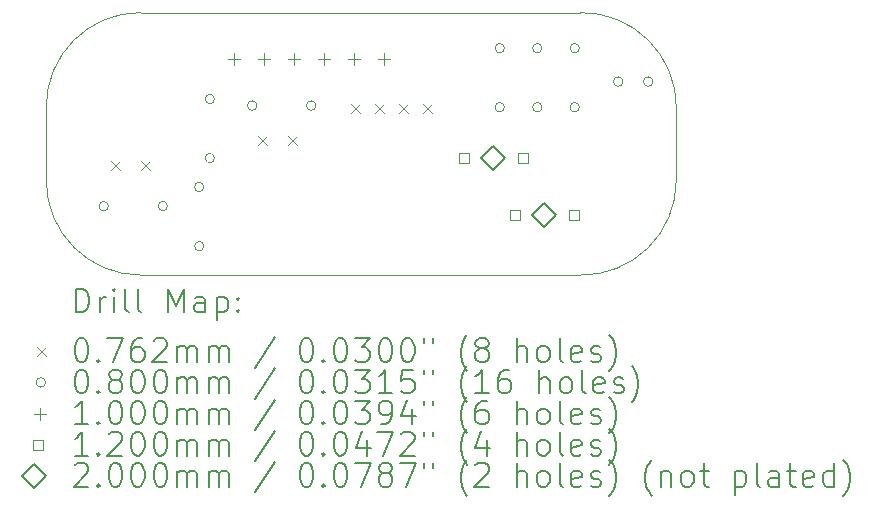
<source format=gbr>
%FSLAX45Y45*%
G04 Gerber Fmt 4.5, Leading zero omitted, Abs format (unit mm)*
G04 Created by KiCad (PCBNEW (6.0.5)) date 2022-05-21 17:15:03*
%MOMM*%
%LPD*%
G01*
G04 APERTURE LIST*
%TA.AperFunction,Profile*%
%ADD10C,0.100000*%
%TD*%
%ADD11C,0.200000*%
%ADD12C,0.076200*%
%ADD13C,0.080000*%
%ADD14C,0.100000*%
%ADD15C,0.120000*%
G04 APERTURE END LIST*
D10*
X9994236Y-4761836D02*
X13716000Y-4762500D01*
X9194800Y-6184900D02*
X9194136Y-5561936D01*
X14530042Y-5577750D02*
G75*
G03*
X13716000Y-4762500I-802602J12630D01*
G01*
X9994236Y-4761836D02*
G75*
G03*
X9194136Y-5561936I0J-800100D01*
G01*
X13716000Y-6985000D02*
G75*
G03*
X14528800Y-6184900I12585J800116D01*
G01*
X9994900Y-6985000D02*
X13716000Y-6985000D01*
X9194800Y-6184900D02*
G75*
G03*
X9994900Y-6985000I800100J0D01*
G01*
X14530041Y-5577750D02*
X14528800Y-6184900D01*
D11*
D12*
X9740900Y-6020500D02*
X9817100Y-6096700D01*
X9817100Y-6020500D02*
X9740900Y-6096700D01*
X9994900Y-6020500D02*
X10071100Y-6096700D01*
X10071100Y-6020500D02*
X9994900Y-6096700D01*
X10985500Y-5803200D02*
X11061700Y-5879400D01*
X11061700Y-5803200D02*
X10985500Y-5879400D01*
X11239500Y-5803200D02*
X11315700Y-5879400D01*
X11315700Y-5803200D02*
X11239500Y-5879400D01*
X11772900Y-5537200D02*
X11849100Y-5613400D01*
X11849100Y-5537200D02*
X11772900Y-5613400D01*
X11976100Y-5537200D02*
X12052300Y-5613400D01*
X12052300Y-5537200D02*
X11976100Y-5613400D01*
X12179300Y-5537200D02*
X12255500Y-5613400D01*
X12255500Y-5537200D02*
X12179300Y-5613400D01*
X12382500Y-5537200D02*
X12458700Y-5613400D01*
X12458700Y-5537200D02*
X12382500Y-5613400D01*
D13*
X9721400Y-6400800D02*
G75*
G03*
X9721400Y-6400800I-40000J0D01*
G01*
X10221400Y-6400800D02*
G75*
G03*
X10221400Y-6400800I-40000J0D01*
G01*
X10530200Y-6239700D02*
G75*
G03*
X10530200Y-6239700I-40000J0D01*
G01*
X10530200Y-6739700D02*
G75*
G03*
X10530200Y-6739700I-40000J0D01*
G01*
X10619100Y-5494400D02*
G75*
G03*
X10619100Y-5494400I-40000J0D01*
G01*
X10619100Y-5994400D02*
G75*
G03*
X10619100Y-5994400I-40000J0D01*
G01*
X10978700Y-5549900D02*
G75*
G03*
X10978700Y-5549900I-40000J0D01*
G01*
X11478700Y-5549900D02*
G75*
G03*
X11478700Y-5549900I-40000J0D01*
G01*
X13074600Y-5063400D02*
G75*
G03*
X13074600Y-5063400I-40000J0D01*
G01*
X13074600Y-5563400D02*
G75*
G03*
X13074600Y-5563400I-40000J0D01*
G01*
X13392100Y-5063400D02*
G75*
G03*
X13392100Y-5063400I-40000J0D01*
G01*
X13392100Y-5563400D02*
G75*
G03*
X13392100Y-5563400I-40000J0D01*
G01*
X13709600Y-5063400D02*
G75*
G03*
X13709600Y-5063400I-40000J0D01*
G01*
X13709600Y-5563400D02*
G75*
G03*
X13709600Y-5563400I-40000J0D01*
G01*
X14077900Y-5346700D02*
G75*
G03*
X14077900Y-5346700I-40000J0D01*
G01*
X14331900Y-5346700D02*
G75*
G03*
X14331900Y-5346700I-40000J0D01*
G01*
D14*
X10782300Y-5106200D02*
X10782300Y-5206200D01*
X10732300Y-5156200D02*
X10832300Y-5156200D01*
X11036300Y-5106200D02*
X11036300Y-5206200D01*
X10986300Y-5156200D02*
X11086300Y-5156200D01*
X11290300Y-5106200D02*
X11290300Y-5206200D01*
X11240300Y-5156200D02*
X11340300Y-5156200D01*
X11544300Y-5106200D02*
X11544300Y-5206200D01*
X11494300Y-5156200D02*
X11594300Y-5156200D01*
X11798300Y-5106200D02*
X11798300Y-5206200D01*
X11748300Y-5156200D02*
X11848300Y-5156200D01*
X12052300Y-5106200D02*
X12052300Y-5206200D01*
X12002300Y-5156200D02*
X12102300Y-5156200D01*
D15*
X12771827Y-6036827D02*
X12771827Y-5951973D01*
X12686973Y-5951973D01*
X12686973Y-6036827D01*
X12771827Y-6036827D01*
X13203627Y-6519427D02*
X13203627Y-6434573D01*
X13118773Y-6434573D01*
X13118773Y-6519427D01*
X13203627Y-6519427D01*
X13271827Y-6036827D02*
X13271827Y-5951973D01*
X13186973Y-5951973D01*
X13186973Y-6036827D01*
X13271827Y-6036827D01*
X13703627Y-6519427D02*
X13703627Y-6434573D01*
X13618773Y-6434573D01*
X13618773Y-6519427D01*
X13703627Y-6519427D01*
D11*
X12979400Y-6094400D02*
X13079400Y-5994400D01*
X12979400Y-5894400D01*
X12879400Y-5994400D01*
X12979400Y-6094400D01*
X13411200Y-6577000D02*
X13511200Y-6477000D01*
X13411200Y-6377000D01*
X13311200Y-6477000D01*
X13411200Y-6577000D01*
X9446755Y-7300575D02*
X9446755Y-7100575D01*
X9494374Y-7100575D01*
X9522946Y-7110099D01*
X9541993Y-7129147D01*
X9551517Y-7148194D01*
X9561041Y-7186289D01*
X9561041Y-7214861D01*
X9551517Y-7252956D01*
X9541993Y-7272004D01*
X9522946Y-7291051D01*
X9494374Y-7300575D01*
X9446755Y-7300575D01*
X9646755Y-7300575D02*
X9646755Y-7167242D01*
X9646755Y-7205337D02*
X9656279Y-7186289D01*
X9665803Y-7176766D01*
X9684850Y-7167242D01*
X9703898Y-7167242D01*
X9770565Y-7300575D02*
X9770565Y-7167242D01*
X9770565Y-7100575D02*
X9761041Y-7110099D01*
X9770565Y-7119623D01*
X9780089Y-7110099D01*
X9770565Y-7100575D01*
X9770565Y-7119623D01*
X9894374Y-7300575D02*
X9875327Y-7291051D01*
X9865803Y-7272004D01*
X9865803Y-7100575D01*
X9999136Y-7300575D02*
X9980089Y-7291051D01*
X9970565Y-7272004D01*
X9970565Y-7100575D01*
X10227708Y-7300575D02*
X10227708Y-7100575D01*
X10294374Y-7243432D01*
X10361041Y-7100575D01*
X10361041Y-7300575D01*
X10541993Y-7300575D02*
X10541993Y-7195813D01*
X10532470Y-7176766D01*
X10513422Y-7167242D01*
X10475327Y-7167242D01*
X10456279Y-7176766D01*
X10541993Y-7291051D02*
X10522946Y-7300575D01*
X10475327Y-7300575D01*
X10456279Y-7291051D01*
X10446755Y-7272004D01*
X10446755Y-7252956D01*
X10456279Y-7233908D01*
X10475327Y-7224385D01*
X10522946Y-7224385D01*
X10541993Y-7214861D01*
X10637231Y-7167242D02*
X10637231Y-7367242D01*
X10637231Y-7176766D02*
X10656279Y-7167242D01*
X10694374Y-7167242D01*
X10713422Y-7176766D01*
X10722946Y-7186289D01*
X10732470Y-7205337D01*
X10732470Y-7262480D01*
X10722946Y-7281527D01*
X10713422Y-7291051D01*
X10694374Y-7300575D01*
X10656279Y-7300575D01*
X10637231Y-7291051D01*
X10818184Y-7281527D02*
X10827708Y-7291051D01*
X10818184Y-7300575D01*
X10808660Y-7291051D01*
X10818184Y-7281527D01*
X10818184Y-7300575D01*
X10818184Y-7176766D02*
X10827708Y-7186289D01*
X10818184Y-7195813D01*
X10808660Y-7186289D01*
X10818184Y-7176766D01*
X10818184Y-7195813D01*
D12*
X9112936Y-7591999D02*
X9189136Y-7668199D01*
X9189136Y-7591999D02*
X9112936Y-7668199D01*
D11*
X9484850Y-7520575D02*
X9503898Y-7520575D01*
X9522946Y-7530099D01*
X9532470Y-7539623D01*
X9541993Y-7558670D01*
X9551517Y-7596766D01*
X9551517Y-7644385D01*
X9541993Y-7682480D01*
X9532470Y-7701527D01*
X9522946Y-7711051D01*
X9503898Y-7720575D01*
X9484850Y-7720575D01*
X9465803Y-7711051D01*
X9456279Y-7701527D01*
X9446755Y-7682480D01*
X9437231Y-7644385D01*
X9437231Y-7596766D01*
X9446755Y-7558670D01*
X9456279Y-7539623D01*
X9465803Y-7530099D01*
X9484850Y-7520575D01*
X9637231Y-7701527D02*
X9646755Y-7711051D01*
X9637231Y-7720575D01*
X9627708Y-7711051D01*
X9637231Y-7701527D01*
X9637231Y-7720575D01*
X9713422Y-7520575D02*
X9846755Y-7520575D01*
X9761041Y-7720575D01*
X10008660Y-7520575D02*
X9970565Y-7520575D01*
X9951517Y-7530099D01*
X9941993Y-7539623D01*
X9922946Y-7568194D01*
X9913422Y-7606289D01*
X9913422Y-7682480D01*
X9922946Y-7701527D01*
X9932470Y-7711051D01*
X9951517Y-7720575D01*
X9989612Y-7720575D01*
X10008660Y-7711051D01*
X10018184Y-7701527D01*
X10027708Y-7682480D01*
X10027708Y-7634861D01*
X10018184Y-7615813D01*
X10008660Y-7606289D01*
X9989612Y-7596766D01*
X9951517Y-7596766D01*
X9932470Y-7606289D01*
X9922946Y-7615813D01*
X9913422Y-7634861D01*
X10103898Y-7539623D02*
X10113422Y-7530099D01*
X10132470Y-7520575D01*
X10180089Y-7520575D01*
X10199136Y-7530099D01*
X10208660Y-7539623D01*
X10218184Y-7558670D01*
X10218184Y-7577718D01*
X10208660Y-7606289D01*
X10094374Y-7720575D01*
X10218184Y-7720575D01*
X10303898Y-7720575D02*
X10303898Y-7587242D01*
X10303898Y-7606289D02*
X10313422Y-7596766D01*
X10332470Y-7587242D01*
X10361041Y-7587242D01*
X10380089Y-7596766D01*
X10389612Y-7615813D01*
X10389612Y-7720575D01*
X10389612Y-7615813D02*
X10399136Y-7596766D01*
X10418184Y-7587242D01*
X10446755Y-7587242D01*
X10465803Y-7596766D01*
X10475327Y-7615813D01*
X10475327Y-7720575D01*
X10570565Y-7720575D02*
X10570565Y-7587242D01*
X10570565Y-7606289D02*
X10580089Y-7596766D01*
X10599136Y-7587242D01*
X10627708Y-7587242D01*
X10646755Y-7596766D01*
X10656279Y-7615813D01*
X10656279Y-7720575D01*
X10656279Y-7615813D02*
X10665803Y-7596766D01*
X10684850Y-7587242D01*
X10713422Y-7587242D01*
X10732470Y-7596766D01*
X10741993Y-7615813D01*
X10741993Y-7720575D01*
X11132470Y-7511051D02*
X10961041Y-7768194D01*
X11389612Y-7520575D02*
X11408660Y-7520575D01*
X11427708Y-7530099D01*
X11437231Y-7539623D01*
X11446755Y-7558670D01*
X11456279Y-7596766D01*
X11456279Y-7644385D01*
X11446755Y-7682480D01*
X11437231Y-7701527D01*
X11427708Y-7711051D01*
X11408660Y-7720575D01*
X11389612Y-7720575D01*
X11370565Y-7711051D01*
X11361041Y-7701527D01*
X11351517Y-7682480D01*
X11341993Y-7644385D01*
X11341993Y-7596766D01*
X11351517Y-7558670D01*
X11361041Y-7539623D01*
X11370565Y-7530099D01*
X11389612Y-7520575D01*
X11541993Y-7701527D02*
X11551517Y-7711051D01*
X11541993Y-7720575D01*
X11532469Y-7711051D01*
X11541993Y-7701527D01*
X11541993Y-7720575D01*
X11675327Y-7520575D02*
X11694374Y-7520575D01*
X11713422Y-7530099D01*
X11722946Y-7539623D01*
X11732469Y-7558670D01*
X11741993Y-7596766D01*
X11741993Y-7644385D01*
X11732469Y-7682480D01*
X11722946Y-7701527D01*
X11713422Y-7711051D01*
X11694374Y-7720575D01*
X11675327Y-7720575D01*
X11656279Y-7711051D01*
X11646755Y-7701527D01*
X11637231Y-7682480D01*
X11627708Y-7644385D01*
X11627708Y-7596766D01*
X11637231Y-7558670D01*
X11646755Y-7539623D01*
X11656279Y-7530099D01*
X11675327Y-7520575D01*
X11808660Y-7520575D02*
X11932469Y-7520575D01*
X11865803Y-7596766D01*
X11894374Y-7596766D01*
X11913422Y-7606289D01*
X11922946Y-7615813D01*
X11932469Y-7634861D01*
X11932469Y-7682480D01*
X11922946Y-7701527D01*
X11913422Y-7711051D01*
X11894374Y-7720575D01*
X11837231Y-7720575D01*
X11818184Y-7711051D01*
X11808660Y-7701527D01*
X12056279Y-7520575D02*
X12075327Y-7520575D01*
X12094374Y-7530099D01*
X12103898Y-7539623D01*
X12113422Y-7558670D01*
X12122946Y-7596766D01*
X12122946Y-7644385D01*
X12113422Y-7682480D01*
X12103898Y-7701527D01*
X12094374Y-7711051D01*
X12075327Y-7720575D01*
X12056279Y-7720575D01*
X12037231Y-7711051D01*
X12027708Y-7701527D01*
X12018184Y-7682480D01*
X12008660Y-7644385D01*
X12008660Y-7596766D01*
X12018184Y-7558670D01*
X12027708Y-7539623D01*
X12037231Y-7530099D01*
X12056279Y-7520575D01*
X12246755Y-7520575D02*
X12265803Y-7520575D01*
X12284850Y-7530099D01*
X12294374Y-7539623D01*
X12303898Y-7558670D01*
X12313422Y-7596766D01*
X12313422Y-7644385D01*
X12303898Y-7682480D01*
X12294374Y-7701527D01*
X12284850Y-7711051D01*
X12265803Y-7720575D01*
X12246755Y-7720575D01*
X12227708Y-7711051D01*
X12218184Y-7701527D01*
X12208660Y-7682480D01*
X12199136Y-7644385D01*
X12199136Y-7596766D01*
X12208660Y-7558670D01*
X12218184Y-7539623D01*
X12227708Y-7530099D01*
X12246755Y-7520575D01*
X12389612Y-7520575D02*
X12389612Y-7558670D01*
X12465803Y-7520575D02*
X12465803Y-7558670D01*
X12761041Y-7796766D02*
X12751517Y-7787242D01*
X12732469Y-7758670D01*
X12722946Y-7739623D01*
X12713422Y-7711051D01*
X12703898Y-7663432D01*
X12703898Y-7625337D01*
X12713422Y-7577718D01*
X12722946Y-7549147D01*
X12732469Y-7530099D01*
X12751517Y-7501527D01*
X12761041Y-7492004D01*
X12865803Y-7606289D02*
X12846755Y-7596766D01*
X12837231Y-7587242D01*
X12827708Y-7568194D01*
X12827708Y-7558670D01*
X12837231Y-7539623D01*
X12846755Y-7530099D01*
X12865803Y-7520575D01*
X12903898Y-7520575D01*
X12922946Y-7530099D01*
X12932469Y-7539623D01*
X12941993Y-7558670D01*
X12941993Y-7568194D01*
X12932469Y-7587242D01*
X12922946Y-7596766D01*
X12903898Y-7606289D01*
X12865803Y-7606289D01*
X12846755Y-7615813D01*
X12837231Y-7625337D01*
X12827708Y-7644385D01*
X12827708Y-7682480D01*
X12837231Y-7701527D01*
X12846755Y-7711051D01*
X12865803Y-7720575D01*
X12903898Y-7720575D01*
X12922946Y-7711051D01*
X12932469Y-7701527D01*
X12941993Y-7682480D01*
X12941993Y-7644385D01*
X12932469Y-7625337D01*
X12922946Y-7615813D01*
X12903898Y-7606289D01*
X13180088Y-7720575D02*
X13180088Y-7520575D01*
X13265803Y-7720575D02*
X13265803Y-7615813D01*
X13256279Y-7596766D01*
X13237231Y-7587242D01*
X13208660Y-7587242D01*
X13189612Y-7596766D01*
X13180088Y-7606289D01*
X13389612Y-7720575D02*
X13370565Y-7711051D01*
X13361041Y-7701527D01*
X13351517Y-7682480D01*
X13351517Y-7625337D01*
X13361041Y-7606289D01*
X13370565Y-7596766D01*
X13389612Y-7587242D01*
X13418184Y-7587242D01*
X13437231Y-7596766D01*
X13446755Y-7606289D01*
X13456279Y-7625337D01*
X13456279Y-7682480D01*
X13446755Y-7701527D01*
X13437231Y-7711051D01*
X13418184Y-7720575D01*
X13389612Y-7720575D01*
X13570565Y-7720575D02*
X13551517Y-7711051D01*
X13541993Y-7692004D01*
X13541993Y-7520575D01*
X13722946Y-7711051D02*
X13703898Y-7720575D01*
X13665803Y-7720575D01*
X13646755Y-7711051D01*
X13637231Y-7692004D01*
X13637231Y-7615813D01*
X13646755Y-7596766D01*
X13665803Y-7587242D01*
X13703898Y-7587242D01*
X13722946Y-7596766D01*
X13732469Y-7615813D01*
X13732469Y-7634861D01*
X13637231Y-7653908D01*
X13808660Y-7711051D02*
X13827708Y-7720575D01*
X13865803Y-7720575D01*
X13884850Y-7711051D01*
X13894374Y-7692004D01*
X13894374Y-7682480D01*
X13884850Y-7663432D01*
X13865803Y-7653908D01*
X13837231Y-7653908D01*
X13818184Y-7644385D01*
X13808660Y-7625337D01*
X13808660Y-7615813D01*
X13818184Y-7596766D01*
X13837231Y-7587242D01*
X13865803Y-7587242D01*
X13884850Y-7596766D01*
X13961041Y-7796766D02*
X13970565Y-7787242D01*
X13989612Y-7758670D01*
X13999136Y-7739623D01*
X14008660Y-7711051D01*
X14018184Y-7663432D01*
X14018184Y-7625337D01*
X14008660Y-7577718D01*
X13999136Y-7549147D01*
X13989612Y-7530099D01*
X13970565Y-7501527D01*
X13961041Y-7492004D01*
D13*
X9189136Y-7894099D02*
G75*
G03*
X9189136Y-7894099I-40000J0D01*
G01*
D11*
X9484850Y-7784575D02*
X9503898Y-7784575D01*
X9522946Y-7794099D01*
X9532470Y-7803623D01*
X9541993Y-7822670D01*
X9551517Y-7860766D01*
X9551517Y-7908385D01*
X9541993Y-7946480D01*
X9532470Y-7965527D01*
X9522946Y-7975051D01*
X9503898Y-7984575D01*
X9484850Y-7984575D01*
X9465803Y-7975051D01*
X9456279Y-7965527D01*
X9446755Y-7946480D01*
X9437231Y-7908385D01*
X9437231Y-7860766D01*
X9446755Y-7822670D01*
X9456279Y-7803623D01*
X9465803Y-7794099D01*
X9484850Y-7784575D01*
X9637231Y-7965527D02*
X9646755Y-7975051D01*
X9637231Y-7984575D01*
X9627708Y-7975051D01*
X9637231Y-7965527D01*
X9637231Y-7984575D01*
X9761041Y-7870289D02*
X9741993Y-7860766D01*
X9732470Y-7851242D01*
X9722946Y-7832194D01*
X9722946Y-7822670D01*
X9732470Y-7803623D01*
X9741993Y-7794099D01*
X9761041Y-7784575D01*
X9799136Y-7784575D01*
X9818184Y-7794099D01*
X9827708Y-7803623D01*
X9837231Y-7822670D01*
X9837231Y-7832194D01*
X9827708Y-7851242D01*
X9818184Y-7860766D01*
X9799136Y-7870289D01*
X9761041Y-7870289D01*
X9741993Y-7879813D01*
X9732470Y-7889337D01*
X9722946Y-7908385D01*
X9722946Y-7946480D01*
X9732470Y-7965527D01*
X9741993Y-7975051D01*
X9761041Y-7984575D01*
X9799136Y-7984575D01*
X9818184Y-7975051D01*
X9827708Y-7965527D01*
X9837231Y-7946480D01*
X9837231Y-7908385D01*
X9827708Y-7889337D01*
X9818184Y-7879813D01*
X9799136Y-7870289D01*
X9961041Y-7784575D02*
X9980089Y-7784575D01*
X9999136Y-7794099D01*
X10008660Y-7803623D01*
X10018184Y-7822670D01*
X10027708Y-7860766D01*
X10027708Y-7908385D01*
X10018184Y-7946480D01*
X10008660Y-7965527D01*
X9999136Y-7975051D01*
X9980089Y-7984575D01*
X9961041Y-7984575D01*
X9941993Y-7975051D01*
X9932470Y-7965527D01*
X9922946Y-7946480D01*
X9913422Y-7908385D01*
X9913422Y-7860766D01*
X9922946Y-7822670D01*
X9932470Y-7803623D01*
X9941993Y-7794099D01*
X9961041Y-7784575D01*
X10151517Y-7784575D02*
X10170565Y-7784575D01*
X10189612Y-7794099D01*
X10199136Y-7803623D01*
X10208660Y-7822670D01*
X10218184Y-7860766D01*
X10218184Y-7908385D01*
X10208660Y-7946480D01*
X10199136Y-7965527D01*
X10189612Y-7975051D01*
X10170565Y-7984575D01*
X10151517Y-7984575D01*
X10132470Y-7975051D01*
X10122946Y-7965527D01*
X10113422Y-7946480D01*
X10103898Y-7908385D01*
X10103898Y-7860766D01*
X10113422Y-7822670D01*
X10122946Y-7803623D01*
X10132470Y-7794099D01*
X10151517Y-7784575D01*
X10303898Y-7984575D02*
X10303898Y-7851242D01*
X10303898Y-7870289D02*
X10313422Y-7860766D01*
X10332470Y-7851242D01*
X10361041Y-7851242D01*
X10380089Y-7860766D01*
X10389612Y-7879813D01*
X10389612Y-7984575D01*
X10389612Y-7879813D02*
X10399136Y-7860766D01*
X10418184Y-7851242D01*
X10446755Y-7851242D01*
X10465803Y-7860766D01*
X10475327Y-7879813D01*
X10475327Y-7984575D01*
X10570565Y-7984575D02*
X10570565Y-7851242D01*
X10570565Y-7870289D02*
X10580089Y-7860766D01*
X10599136Y-7851242D01*
X10627708Y-7851242D01*
X10646755Y-7860766D01*
X10656279Y-7879813D01*
X10656279Y-7984575D01*
X10656279Y-7879813D02*
X10665803Y-7860766D01*
X10684850Y-7851242D01*
X10713422Y-7851242D01*
X10732470Y-7860766D01*
X10741993Y-7879813D01*
X10741993Y-7984575D01*
X11132470Y-7775051D02*
X10961041Y-8032194D01*
X11389612Y-7784575D02*
X11408660Y-7784575D01*
X11427708Y-7794099D01*
X11437231Y-7803623D01*
X11446755Y-7822670D01*
X11456279Y-7860766D01*
X11456279Y-7908385D01*
X11446755Y-7946480D01*
X11437231Y-7965527D01*
X11427708Y-7975051D01*
X11408660Y-7984575D01*
X11389612Y-7984575D01*
X11370565Y-7975051D01*
X11361041Y-7965527D01*
X11351517Y-7946480D01*
X11341993Y-7908385D01*
X11341993Y-7860766D01*
X11351517Y-7822670D01*
X11361041Y-7803623D01*
X11370565Y-7794099D01*
X11389612Y-7784575D01*
X11541993Y-7965527D02*
X11551517Y-7975051D01*
X11541993Y-7984575D01*
X11532469Y-7975051D01*
X11541993Y-7965527D01*
X11541993Y-7984575D01*
X11675327Y-7784575D02*
X11694374Y-7784575D01*
X11713422Y-7794099D01*
X11722946Y-7803623D01*
X11732469Y-7822670D01*
X11741993Y-7860766D01*
X11741993Y-7908385D01*
X11732469Y-7946480D01*
X11722946Y-7965527D01*
X11713422Y-7975051D01*
X11694374Y-7984575D01*
X11675327Y-7984575D01*
X11656279Y-7975051D01*
X11646755Y-7965527D01*
X11637231Y-7946480D01*
X11627708Y-7908385D01*
X11627708Y-7860766D01*
X11637231Y-7822670D01*
X11646755Y-7803623D01*
X11656279Y-7794099D01*
X11675327Y-7784575D01*
X11808660Y-7784575D02*
X11932469Y-7784575D01*
X11865803Y-7860766D01*
X11894374Y-7860766D01*
X11913422Y-7870289D01*
X11922946Y-7879813D01*
X11932469Y-7898861D01*
X11932469Y-7946480D01*
X11922946Y-7965527D01*
X11913422Y-7975051D01*
X11894374Y-7984575D01*
X11837231Y-7984575D01*
X11818184Y-7975051D01*
X11808660Y-7965527D01*
X12122946Y-7984575D02*
X12008660Y-7984575D01*
X12065803Y-7984575D02*
X12065803Y-7784575D01*
X12046755Y-7813147D01*
X12027708Y-7832194D01*
X12008660Y-7841718D01*
X12303898Y-7784575D02*
X12208660Y-7784575D01*
X12199136Y-7879813D01*
X12208660Y-7870289D01*
X12227708Y-7860766D01*
X12275327Y-7860766D01*
X12294374Y-7870289D01*
X12303898Y-7879813D01*
X12313422Y-7898861D01*
X12313422Y-7946480D01*
X12303898Y-7965527D01*
X12294374Y-7975051D01*
X12275327Y-7984575D01*
X12227708Y-7984575D01*
X12208660Y-7975051D01*
X12199136Y-7965527D01*
X12389612Y-7784575D02*
X12389612Y-7822670D01*
X12465803Y-7784575D02*
X12465803Y-7822670D01*
X12761041Y-8060766D02*
X12751517Y-8051242D01*
X12732469Y-8022670D01*
X12722946Y-8003623D01*
X12713422Y-7975051D01*
X12703898Y-7927432D01*
X12703898Y-7889337D01*
X12713422Y-7841718D01*
X12722946Y-7813147D01*
X12732469Y-7794099D01*
X12751517Y-7765527D01*
X12761041Y-7756004D01*
X12941993Y-7984575D02*
X12827708Y-7984575D01*
X12884850Y-7984575D02*
X12884850Y-7784575D01*
X12865803Y-7813147D01*
X12846755Y-7832194D01*
X12827708Y-7841718D01*
X13113422Y-7784575D02*
X13075327Y-7784575D01*
X13056279Y-7794099D01*
X13046755Y-7803623D01*
X13027708Y-7832194D01*
X13018184Y-7870289D01*
X13018184Y-7946480D01*
X13027708Y-7965527D01*
X13037231Y-7975051D01*
X13056279Y-7984575D01*
X13094374Y-7984575D01*
X13113422Y-7975051D01*
X13122946Y-7965527D01*
X13132469Y-7946480D01*
X13132469Y-7898861D01*
X13122946Y-7879813D01*
X13113422Y-7870289D01*
X13094374Y-7860766D01*
X13056279Y-7860766D01*
X13037231Y-7870289D01*
X13027708Y-7879813D01*
X13018184Y-7898861D01*
X13370565Y-7984575D02*
X13370565Y-7784575D01*
X13456279Y-7984575D02*
X13456279Y-7879813D01*
X13446755Y-7860766D01*
X13427708Y-7851242D01*
X13399136Y-7851242D01*
X13380088Y-7860766D01*
X13370565Y-7870289D01*
X13580088Y-7984575D02*
X13561041Y-7975051D01*
X13551517Y-7965527D01*
X13541993Y-7946480D01*
X13541993Y-7889337D01*
X13551517Y-7870289D01*
X13561041Y-7860766D01*
X13580088Y-7851242D01*
X13608660Y-7851242D01*
X13627708Y-7860766D01*
X13637231Y-7870289D01*
X13646755Y-7889337D01*
X13646755Y-7946480D01*
X13637231Y-7965527D01*
X13627708Y-7975051D01*
X13608660Y-7984575D01*
X13580088Y-7984575D01*
X13761041Y-7984575D02*
X13741993Y-7975051D01*
X13732469Y-7956004D01*
X13732469Y-7784575D01*
X13913422Y-7975051D02*
X13894374Y-7984575D01*
X13856279Y-7984575D01*
X13837231Y-7975051D01*
X13827708Y-7956004D01*
X13827708Y-7879813D01*
X13837231Y-7860766D01*
X13856279Y-7851242D01*
X13894374Y-7851242D01*
X13913422Y-7860766D01*
X13922946Y-7879813D01*
X13922946Y-7898861D01*
X13827708Y-7917908D01*
X13999136Y-7975051D02*
X14018184Y-7984575D01*
X14056279Y-7984575D01*
X14075327Y-7975051D01*
X14084850Y-7956004D01*
X14084850Y-7946480D01*
X14075327Y-7927432D01*
X14056279Y-7917908D01*
X14027708Y-7917908D01*
X14008660Y-7908385D01*
X13999136Y-7889337D01*
X13999136Y-7879813D01*
X14008660Y-7860766D01*
X14027708Y-7851242D01*
X14056279Y-7851242D01*
X14075327Y-7860766D01*
X14151517Y-8060766D02*
X14161041Y-8051242D01*
X14180088Y-8022670D01*
X14189612Y-8003623D01*
X14199136Y-7975051D01*
X14208660Y-7927432D01*
X14208660Y-7889337D01*
X14199136Y-7841718D01*
X14189612Y-7813147D01*
X14180088Y-7794099D01*
X14161041Y-7765527D01*
X14151517Y-7756004D01*
D14*
X9139136Y-8108099D02*
X9139136Y-8208099D01*
X9089136Y-8158099D02*
X9189136Y-8158099D01*
D11*
X9551517Y-8248575D02*
X9437231Y-8248575D01*
X9494374Y-8248575D02*
X9494374Y-8048575D01*
X9475327Y-8077147D01*
X9456279Y-8096194D01*
X9437231Y-8105718D01*
X9637231Y-8229527D02*
X9646755Y-8239051D01*
X9637231Y-8248575D01*
X9627708Y-8239051D01*
X9637231Y-8229527D01*
X9637231Y-8248575D01*
X9770565Y-8048575D02*
X9789612Y-8048575D01*
X9808660Y-8058099D01*
X9818184Y-8067623D01*
X9827708Y-8086670D01*
X9837231Y-8124766D01*
X9837231Y-8172385D01*
X9827708Y-8210480D01*
X9818184Y-8229527D01*
X9808660Y-8239051D01*
X9789612Y-8248575D01*
X9770565Y-8248575D01*
X9751517Y-8239051D01*
X9741993Y-8229527D01*
X9732470Y-8210480D01*
X9722946Y-8172385D01*
X9722946Y-8124766D01*
X9732470Y-8086670D01*
X9741993Y-8067623D01*
X9751517Y-8058099D01*
X9770565Y-8048575D01*
X9961041Y-8048575D02*
X9980089Y-8048575D01*
X9999136Y-8058099D01*
X10008660Y-8067623D01*
X10018184Y-8086670D01*
X10027708Y-8124766D01*
X10027708Y-8172385D01*
X10018184Y-8210480D01*
X10008660Y-8229527D01*
X9999136Y-8239051D01*
X9980089Y-8248575D01*
X9961041Y-8248575D01*
X9941993Y-8239051D01*
X9932470Y-8229527D01*
X9922946Y-8210480D01*
X9913422Y-8172385D01*
X9913422Y-8124766D01*
X9922946Y-8086670D01*
X9932470Y-8067623D01*
X9941993Y-8058099D01*
X9961041Y-8048575D01*
X10151517Y-8048575D02*
X10170565Y-8048575D01*
X10189612Y-8058099D01*
X10199136Y-8067623D01*
X10208660Y-8086670D01*
X10218184Y-8124766D01*
X10218184Y-8172385D01*
X10208660Y-8210480D01*
X10199136Y-8229527D01*
X10189612Y-8239051D01*
X10170565Y-8248575D01*
X10151517Y-8248575D01*
X10132470Y-8239051D01*
X10122946Y-8229527D01*
X10113422Y-8210480D01*
X10103898Y-8172385D01*
X10103898Y-8124766D01*
X10113422Y-8086670D01*
X10122946Y-8067623D01*
X10132470Y-8058099D01*
X10151517Y-8048575D01*
X10303898Y-8248575D02*
X10303898Y-8115242D01*
X10303898Y-8134289D02*
X10313422Y-8124766D01*
X10332470Y-8115242D01*
X10361041Y-8115242D01*
X10380089Y-8124766D01*
X10389612Y-8143813D01*
X10389612Y-8248575D01*
X10389612Y-8143813D02*
X10399136Y-8124766D01*
X10418184Y-8115242D01*
X10446755Y-8115242D01*
X10465803Y-8124766D01*
X10475327Y-8143813D01*
X10475327Y-8248575D01*
X10570565Y-8248575D02*
X10570565Y-8115242D01*
X10570565Y-8134289D02*
X10580089Y-8124766D01*
X10599136Y-8115242D01*
X10627708Y-8115242D01*
X10646755Y-8124766D01*
X10656279Y-8143813D01*
X10656279Y-8248575D01*
X10656279Y-8143813D02*
X10665803Y-8124766D01*
X10684850Y-8115242D01*
X10713422Y-8115242D01*
X10732470Y-8124766D01*
X10741993Y-8143813D01*
X10741993Y-8248575D01*
X11132470Y-8039051D02*
X10961041Y-8296194D01*
X11389612Y-8048575D02*
X11408660Y-8048575D01*
X11427708Y-8058099D01*
X11437231Y-8067623D01*
X11446755Y-8086670D01*
X11456279Y-8124766D01*
X11456279Y-8172385D01*
X11446755Y-8210480D01*
X11437231Y-8229527D01*
X11427708Y-8239051D01*
X11408660Y-8248575D01*
X11389612Y-8248575D01*
X11370565Y-8239051D01*
X11361041Y-8229527D01*
X11351517Y-8210480D01*
X11341993Y-8172385D01*
X11341993Y-8124766D01*
X11351517Y-8086670D01*
X11361041Y-8067623D01*
X11370565Y-8058099D01*
X11389612Y-8048575D01*
X11541993Y-8229527D02*
X11551517Y-8239051D01*
X11541993Y-8248575D01*
X11532469Y-8239051D01*
X11541993Y-8229527D01*
X11541993Y-8248575D01*
X11675327Y-8048575D02*
X11694374Y-8048575D01*
X11713422Y-8058099D01*
X11722946Y-8067623D01*
X11732469Y-8086670D01*
X11741993Y-8124766D01*
X11741993Y-8172385D01*
X11732469Y-8210480D01*
X11722946Y-8229527D01*
X11713422Y-8239051D01*
X11694374Y-8248575D01*
X11675327Y-8248575D01*
X11656279Y-8239051D01*
X11646755Y-8229527D01*
X11637231Y-8210480D01*
X11627708Y-8172385D01*
X11627708Y-8124766D01*
X11637231Y-8086670D01*
X11646755Y-8067623D01*
X11656279Y-8058099D01*
X11675327Y-8048575D01*
X11808660Y-8048575D02*
X11932469Y-8048575D01*
X11865803Y-8124766D01*
X11894374Y-8124766D01*
X11913422Y-8134289D01*
X11922946Y-8143813D01*
X11932469Y-8162861D01*
X11932469Y-8210480D01*
X11922946Y-8229527D01*
X11913422Y-8239051D01*
X11894374Y-8248575D01*
X11837231Y-8248575D01*
X11818184Y-8239051D01*
X11808660Y-8229527D01*
X12027708Y-8248575D02*
X12065803Y-8248575D01*
X12084850Y-8239051D01*
X12094374Y-8229527D01*
X12113422Y-8200956D01*
X12122946Y-8162861D01*
X12122946Y-8086670D01*
X12113422Y-8067623D01*
X12103898Y-8058099D01*
X12084850Y-8048575D01*
X12046755Y-8048575D01*
X12027708Y-8058099D01*
X12018184Y-8067623D01*
X12008660Y-8086670D01*
X12008660Y-8134289D01*
X12018184Y-8153337D01*
X12027708Y-8162861D01*
X12046755Y-8172385D01*
X12084850Y-8172385D01*
X12103898Y-8162861D01*
X12113422Y-8153337D01*
X12122946Y-8134289D01*
X12294374Y-8115242D02*
X12294374Y-8248575D01*
X12246755Y-8039051D02*
X12199136Y-8181908D01*
X12322946Y-8181908D01*
X12389612Y-8048575D02*
X12389612Y-8086670D01*
X12465803Y-8048575D02*
X12465803Y-8086670D01*
X12761041Y-8324766D02*
X12751517Y-8315242D01*
X12732469Y-8286670D01*
X12722946Y-8267623D01*
X12713422Y-8239051D01*
X12703898Y-8191432D01*
X12703898Y-8153337D01*
X12713422Y-8105718D01*
X12722946Y-8077147D01*
X12732469Y-8058099D01*
X12751517Y-8029527D01*
X12761041Y-8020004D01*
X12922946Y-8048575D02*
X12884850Y-8048575D01*
X12865803Y-8058099D01*
X12856279Y-8067623D01*
X12837231Y-8096194D01*
X12827708Y-8134289D01*
X12827708Y-8210480D01*
X12837231Y-8229527D01*
X12846755Y-8239051D01*
X12865803Y-8248575D01*
X12903898Y-8248575D01*
X12922946Y-8239051D01*
X12932469Y-8229527D01*
X12941993Y-8210480D01*
X12941993Y-8162861D01*
X12932469Y-8143813D01*
X12922946Y-8134289D01*
X12903898Y-8124766D01*
X12865803Y-8124766D01*
X12846755Y-8134289D01*
X12837231Y-8143813D01*
X12827708Y-8162861D01*
X13180088Y-8248575D02*
X13180088Y-8048575D01*
X13265803Y-8248575D02*
X13265803Y-8143813D01*
X13256279Y-8124766D01*
X13237231Y-8115242D01*
X13208660Y-8115242D01*
X13189612Y-8124766D01*
X13180088Y-8134289D01*
X13389612Y-8248575D02*
X13370565Y-8239051D01*
X13361041Y-8229527D01*
X13351517Y-8210480D01*
X13351517Y-8153337D01*
X13361041Y-8134289D01*
X13370565Y-8124766D01*
X13389612Y-8115242D01*
X13418184Y-8115242D01*
X13437231Y-8124766D01*
X13446755Y-8134289D01*
X13456279Y-8153337D01*
X13456279Y-8210480D01*
X13446755Y-8229527D01*
X13437231Y-8239051D01*
X13418184Y-8248575D01*
X13389612Y-8248575D01*
X13570565Y-8248575D02*
X13551517Y-8239051D01*
X13541993Y-8220004D01*
X13541993Y-8048575D01*
X13722946Y-8239051D02*
X13703898Y-8248575D01*
X13665803Y-8248575D01*
X13646755Y-8239051D01*
X13637231Y-8220004D01*
X13637231Y-8143813D01*
X13646755Y-8124766D01*
X13665803Y-8115242D01*
X13703898Y-8115242D01*
X13722946Y-8124766D01*
X13732469Y-8143813D01*
X13732469Y-8162861D01*
X13637231Y-8181908D01*
X13808660Y-8239051D02*
X13827708Y-8248575D01*
X13865803Y-8248575D01*
X13884850Y-8239051D01*
X13894374Y-8220004D01*
X13894374Y-8210480D01*
X13884850Y-8191432D01*
X13865803Y-8181908D01*
X13837231Y-8181908D01*
X13818184Y-8172385D01*
X13808660Y-8153337D01*
X13808660Y-8143813D01*
X13818184Y-8124766D01*
X13837231Y-8115242D01*
X13865803Y-8115242D01*
X13884850Y-8124766D01*
X13961041Y-8324766D02*
X13970565Y-8315242D01*
X13989612Y-8286670D01*
X13999136Y-8267623D01*
X14008660Y-8239051D01*
X14018184Y-8191432D01*
X14018184Y-8153337D01*
X14008660Y-8105718D01*
X13999136Y-8077147D01*
X13989612Y-8058099D01*
X13970565Y-8029527D01*
X13961041Y-8020004D01*
D15*
X9171563Y-8464526D02*
X9171563Y-8379672D01*
X9086709Y-8379672D01*
X9086709Y-8464526D01*
X9171563Y-8464526D01*
D11*
X9551517Y-8512575D02*
X9437231Y-8512575D01*
X9494374Y-8512575D02*
X9494374Y-8312575D01*
X9475327Y-8341147D01*
X9456279Y-8360194D01*
X9437231Y-8369718D01*
X9637231Y-8493528D02*
X9646755Y-8503051D01*
X9637231Y-8512575D01*
X9627708Y-8503051D01*
X9637231Y-8493528D01*
X9637231Y-8512575D01*
X9722946Y-8331623D02*
X9732470Y-8322099D01*
X9751517Y-8312575D01*
X9799136Y-8312575D01*
X9818184Y-8322099D01*
X9827708Y-8331623D01*
X9837231Y-8350670D01*
X9837231Y-8369718D01*
X9827708Y-8398289D01*
X9713422Y-8512575D01*
X9837231Y-8512575D01*
X9961041Y-8312575D02*
X9980089Y-8312575D01*
X9999136Y-8322099D01*
X10008660Y-8331623D01*
X10018184Y-8350670D01*
X10027708Y-8388766D01*
X10027708Y-8436385D01*
X10018184Y-8474480D01*
X10008660Y-8493528D01*
X9999136Y-8503051D01*
X9980089Y-8512575D01*
X9961041Y-8512575D01*
X9941993Y-8503051D01*
X9932470Y-8493528D01*
X9922946Y-8474480D01*
X9913422Y-8436385D01*
X9913422Y-8388766D01*
X9922946Y-8350670D01*
X9932470Y-8331623D01*
X9941993Y-8322099D01*
X9961041Y-8312575D01*
X10151517Y-8312575D02*
X10170565Y-8312575D01*
X10189612Y-8322099D01*
X10199136Y-8331623D01*
X10208660Y-8350670D01*
X10218184Y-8388766D01*
X10218184Y-8436385D01*
X10208660Y-8474480D01*
X10199136Y-8493528D01*
X10189612Y-8503051D01*
X10170565Y-8512575D01*
X10151517Y-8512575D01*
X10132470Y-8503051D01*
X10122946Y-8493528D01*
X10113422Y-8474480D01*
X10103898Y-8436385D01*
X10103898Y-8388766D01*
X10113422Y-8350670D01*
X10122946Y-8331623D01*
X10132470Y-8322099D01*
X10151517Y-8312575D01*
X10303898Y-8512575D02*
X10303898Y-8379242D01*
X10303898Y-8398289D02*
X10313422Y-8388766D01*
X10332470Y-8379242D01*
X10361041Y-8379242D01*
X10380089Y-8388766D01*
X10389612Y-8407813D01*
X10389612Y-8512575D01*
X10389612Y-8407813D02*
X10399136Y-8388766D01*
X10418184Y-8379242D01*
X10446755Y-8379242D01*
X10465803Y-8388766D01*
X10475327Y-8407813D01*
X10475327Y-8512575D01*
X10570565Y-8512575D02*
X10570565Y-8379242D01*
X10570565Y-8398289D02*
X10580089Y-8388766D01*
X10599136Y-8379242D01*
X10627708Y-8379242D01*
X10646755Y-8388766D01*
X10656279Y-8407813D01*
X10656279Y-8512575D01*
X10656279Y-8407813D02*
X10665803Y-8388766D01*
X10684850Y-8379242D01*
X10713422Y-8379242D01*
X10732470Y-8388766D01*
X10741993Y-8407813D01*
X10741993Y-8512575D01*
X11132470Y-8303051D02*
X10961041Y-8560194D01*
X11389612Y-8312575D02*
X11408660Y-8312575D01*
X11427708Y-8322099D01*
X11437231Y-8331623D01*
X11446755Y-8350670D01*
X11456279Y-8388766D01*
X11456279Y-8436385D01*
X11446755Y-8474480D01*
X11437231Y-8493528D01*
X11427708Y-8503051D01*
X11408660Y-8512575D01*
X11389612Y-8512575D01*
X11370565Y-8503051D01*
X11361041Y-8493528D01*
X11351517Y-8474480D01*
X11341993Y-8436385D01*
X11341993Y-8388766D01*
X11351517Y-8350670D01*
X11361041Y-8331623D01*
X11370565Y-8322099D01*
X11389612Y-8312575D01*
X11541993Y-8493528D02*
X11551517Y-8503051D01*
X11541993Y-8512575D01*
X11532469Y-8503051D01*
X11541993Y-8493528D01*
X11541993Y-8512575D01*
X11675327Y-8312575D02*
X11694374Y-8312575D01*
X11713422Y-8322099D01*
X11722946Y-8331623D01*
X11732469Y-8350670D01*
X11741993Y-8388766D01*
X11741993Y-8436385D01*
X11732469Y-8474480D01*
X11722946Y-8493528D01*
X11713422Y-8503051D01*
X11694374Y-8512575D01*
X11675327Y-8512575D01*
X11656279Y-8503051D01*
X11646755Y-8493528D01*
X11637231Y-8474480D01*
X11627708Y-8436385D01*
X11627708Y-8388766D01*
X11637231Y-8350670D01*
X11646755Y-8331623D01*
X11656279Y-8322099D01*
X11675327Y-8312575D01*
X11913422Y-8379242D02*
X11913422Y-8512575D01*
X11865803Y-8303051D02*
X11818184Y-8445909D01*
X11941993Y-8445909D01*
X11999136Y-8312575D02*
X12132469Y-8312575D01*
X12046755Y-8512575D01*
X12199136Y-8331623D02*
X12208660Y-8322099D01*
X12227708Y-8312575D01*
X12275327Y-8312575D01*
X12294374Y-8322099D01*
X12303898Y-8331623D01*
X12313422Y-8350670D01*
X12313422Y-8369718D01*
X12303898Y-8398289D01*
X12189612Y-8512575D01*
X12313422Y-8512575D01*
X12389612Y-8312575D02*
X12389612Y-8350670D01*
X12465803Y-8312575D02*
X12465803Y-8350670D01*
X12761041Y-8588766D02*
X12751517Y-8579242D01*
X12732469Y-8550670D01*
X12722946Y-8531623D01*
X12713422Y-8503051D01*
X12703898Y-8455432D01*
X12703898Y-8417337D01*
X12713422Y-8369718D01*
X12722946Y-8341147D01*
X12732469Y-8322099D01*
X12751517Y-8293527D01*
X12761041Y-8284004D01*
X12922946Y-8379242D02*
X12922946Y-8512575D01*
X12875327Y-8303051D02*
X12827708Y-8445909D01*
X12951517Y-8445909D01*
X13180088Y-8512575D02*
X13180088Y-8312575D01*
X13265803Y-8512575D02*
X13265803Y-8407813D01*
X13256279Y-8388766D01*
X13237231Y-8379242D01*
X13208660Y-8379242D01*
X13189612Y-8388766D01*
X13180088Y-8398289D01*
X13389612Y-8512575D02*
X13370565Y-8503051D01*
X13361041Y-8493528D01*
X13351517Y-8474480D01*
X13351517Y-8417337D01*
X13361041Y-8398289D01*
X13370565Y-8388766D01*
X13389612Y-8379242D01*
X13418184Y-8379242D01*
X13437231Y-8388766D01*
X13446755Y-8398289D01*
X13456279Y-8417337D01*
X13456279Y-8474480D01*
X13446755Y-8493528D01*
X13437231Y-8503051D01*
X13418184Y-8512575D01*
X13389612Y-8512575D01*
X13570565Y-8512575D02*
X13551517Y-8503051D01*
X13541993Y-8484004D01*
X13541993Y-8312575D01*
X13722946Y-8503051D02*
X13703898Y-8512575D01*
X13665803Y-8512575D01*
X13646755Y-8503051D01*
X13637231Y-8484004D01*
X13637231Y-8407813D01*
X13646755Y-8388766D01*
X13665803Y-8379242D01*
X13703898Y-8379242D01*
X13722946Y-8388766D01*
X13732469Y-8407813D01*
X13732469Y-8426861D01*
X13637231Y-8445909D01*
X13808660Y-8503051D02*
X13827708Y-8512575D01*
X13865803Y-8512575D01*
X13884850Y-8503051D01*
X13894374Y-8484004D01*
X13894374Y-8474480D01*
X13884850Y-8455432D01*
X13865803Y-8445909D01*
X13837231Y-8445909D01*
X13818184Y-8436385D01*
X13808660Y-8417337D01*
X13808660Y-8407813D01*
X13818184Y-8388766D01*
X13837231Y-8379242D01*
X13865803Y-8379242D01*
X13884850Y-8388766D01*
X13961041Y-8588766D02*
X13970565Y-8579242D01*
X13989612Y-8550670D01*
X13999136Y-8531623D01*
X14008660Y-8503051D01*
X14018184Y-8455432D01*
X14018184Y-8417337D01*
X14008660Y-8369718D01*
X13999136Y-8341147D01*
X13989612Y-8322099D01*
X13970565Y-8293527D01*
X13961041Y-8284004D01*
X9089136Y-8786099D02*
X9189136Y-8686099D01*
X9089136Y-8586099D01*
X8989136Y-8686099D01*
X9089136Y-8786099D01*
X9437231Y-8595623D02*
X9446755Y-8586099D01*
X9465803Y-8576575D01*
X9513422Y-8576575D01*
X9532470Y-8586099D01*
X9541993Y-8595623D01*
X9551517Y-8614670D01*
X9551517Y-8633718D01*
X9541993Y-8662289D01*
X9427708Y-8776575D01*
X9551517Y-8776575D01*
X9637231Y-8757528D02*
X9646755Y-8767051D01*
X9637231Y-8776575D01*
X9627708Y-8767051D01*
X9637231Y-8757528D01*
X9637231Y-8776575D01*
X9770565Y-8576575D02*
X9789612Y-8576575D01*
X9808660Y-8586099D01*
X9818184Y-8595623D01*
X9827708Y-8614670D01*
X9837231Y-8652766D01*
X9837231Y-8700385D01*
X9827708Y-8738480D01*
X9818184Y-8757528D01*
X9808660Y-8767051D01*
X9789612Y-8776575D01*
X9770565Y-8776575D01*
X9751517Y-8767051D01*
X9741993Y-8757528D01*
X9732470Y-8738480D01*
X9722946Y-8700385D01*
X9722946Y-8652766D01*
X9732470Y-8614670D01*
X9741993Y-8595623D01*
X9751517Y-8586099D01*
X9770565Y-8576575D01*
X9961041Y-8576575D02*
X9980089Y-8576575D01*
X9999136Y-8586099D01*
X10008660Y-8595623D01*
X10018184Y-8614670D01*
X10027708Y-8652766D01*
X10027708Y-8700385D01*
X10018184Y-8738480D01*
X10008660Y-8757528D01*
X9999136Y-8767051D01*
X9980089Y-8776575D01*
X9961041Y-8776575D01*
X9941993Y-8767051D01*
X9932470Y-8757528D01*
X9922946Y-8738480D01*
X9913422Y-8700385D01*
X9913422Y-8652766D01*
X9922946Y-8614670D01*
X9932470Y-8595623D01*
X9941993Y-8586099D01*
X9961041Y-8576575D01*
X10151517Y-8576575D02*
X10170565Y-8576575D01*
X10189612Y-8586099D01*
X10199136Y-8595623D01*
X10208660Y-8614670D01*
X10218184Y-8652766D01*
X10218184Y-8700385D01*
X10208660Y-8738480D01*
X10199136Y-8757528D01*
X10189612Y-8767051D01*
X10170565Y-8776575D01*
X10151517Y-8776575D01*
X10132470Y-8767051D01*
X10122946Y-8757528D01*
X10113422Y-8738480D01*
X10103898Y-8700385D01*
X10103898Y-8652766D01*
X10113422Y-8614670D01*
X10122946Y-8595623D01*
X10132470Y-8586099D01*
X10151517Y-8576575D01*
X10303898Y-8776575D02*
X10303898Y-8643242D01*
X10303898Y-8662289D02*
X10313422Y-8652766D01*
X10332470Y-8643242D01*
X10361041Y-8643242D01*
X10380089Y-8652766D01*
X10389612Y-8671813D01*
X10389612Y-8776575D01*
X10389612Y-8671813D02*
X10399136Y-8652766D01*
X10418184Y-8643242D01*
X10446755Y-8643242D01*
X10465803Y-8652766D01*
X10475327Y-8671813D01*
X10475327Y-8776575D01*
X10570565Y-8776575D02*
X10570565Y-8643242D01*
X10570565Y-8662289D02*
X10580089Y-8652766D01*
X10599136Y-8643242D01*
X10627708Y-8643242D01*
X10646755Y-8652766D01*
X10656279Y-8671813D01*
X10656279Y-8776575D01*
X10656279Y-8671813D02*
X10665803Y-8652766D01*
X10684850Y-8643242D01*
X10713422Y-8643242D01*
X10732470Y-8652766D01*
X10741993Y-8671813D01*
X10741993Y-8776575D01*
X11132470Y-8567051D02*
X10961041Y-8824194D01*
X11389612Y-8576575D02*
X11408660Y-8576575D01*
X11427708Y-8586099D01*
X11437231Y-8595623D01*
X11446755Y-8614670D01*
X11456279Y-8652766D01*
X11456279Y-8700385D01*
X11446755Y-8738480D01*
X11437231Y-8757528D01*
X11427708Y-8767051D01*
X11408660Y-8776575D01*
X11389612Y-8776575D01*
X11370565Y-8767051D01*
X11361041Y-8757528D01*
X11351517Y-8738480D01*
X11341993Y-8700385D01*
X11341993Y-8652766D01*
X11351517Y-8614670D01*
X11361041Y-8595623D01*
X11370565Y-8586099D01*
X11389612Y-8576575D01*
X11541993Y-8757528D02*
X11551517Y-8767051D01*
X11541993Y-8776575D01*
X11532469Y-8767051D01*
X11541993Y-8757528D01*
X11541993Y-8776575D01*
X11675327Y-8576575D02*
X11694374Y-8576575D01*
X11713422Y-8586099D01*
X11722946Y-8595623D01*
X11732469Y-8614670D01*
X11741993Y-8652766D01*
X11741993Y-8700385D01*
X11732469Y-8738480D01*
X11722946Y-8757528D01*
X11713422Y-8767051D01*
X11694374Y-8776575D01*
X11675327Y-8776575D01*
X11656279Y-8767051D01*
X11646755Y-8757528D01*
X11637231Y-8738480D01*
X11627708Y-8700385D01*
X11627708Y-8652766D01*
X11637231Y-8614670D01*
X11646755Y-8595623D01*
X11656279Y-8586099D01*
X11675327Y-8576575D01*
X11808660Y-8576575D02*
X11941993Y-8576575D01*
X11856279Y-8776575D01*
X12046755Y-8662289D02*
X12027708Y-8652766D01*
X12018184Y-8643242D01*
X12008660Y-8624194D01*
X12008660Y-8614670D01*
X12018184Y-8595623D01*
X12027708Y-8586099D01*
X12046755Y-8576575D01*
X12084850Y-8576575D01*
X12103898Y-8586099D01*
X12113422Y-8595623D01*
X12122946Y-8614670D01*
X12122946Y-8624194D01*
X12113422Y-8643242D01*
X12103898Y-8652766D01*
X12084850Y-8662289D01*
X12046755Y-8662289D01*
X12027708Y-8671813D01*
X12018184Y-8681337D01*
X12008660Y-8700385D01*
X12008660Y-8738480D01*
X12018184Y-8757528D01*
X12027708Y-8767051D01*
X12046755Y-8776575D01*
X12084850Y-8776575D01*
X12103898Y-8767051D01*
X12113422Y-8757528D01*
X12122946Y-8738480D01*
X12122946Y-8700385D01*
X12113422Y-8681337D01*
X12103898Y-8671813D01*
X12084850Y-8662289D01*
X12189612Y-8576575D02*
X12322946Y-8576575D01*
X12237231Y-8776575D01*
X12389612Y-8576575D02*
X12389612Y-8614670D01*
X12465803Y-8576575D02*
X12465803Y-8614670D01*
X12761041Y-8852766D02*
X12751517Y-8843242D01*
X12732469Y-8814670D01*
X12722946Y-8795623D01*
X12713422Y-8767051D01*
X12703898Y-8719432D01*
X12703898Y-8681337D01*
X12713422Y-8633718D01*
X12722946Y-8605147D01*
X12732469Y-8586099D01*
X12751517Y-8557528D01*
X12761041Y-8548004D01*
X12827708Y-8595623D02*
X12837231Y-8586099D01*
X12856279Y-8576575D01*
X12903898Y-8576575D01*
X12922946Y-8586099D01*
X12932469Y-8595623D01*
X12941993Y-8614670D01*
X12941993Y-8633718D01*
X12932469Y-8662289D01*
X12818184Y-8776575D01*
X12941993Y-8776575D01*
X13180088Y-8776575D02*
X13180088Y-8576575D01*
X13265803Y-8776575D02*
X13265803Y-8671813D01*
X13256279Y-8652766D01*
X13237231Y-8643242D01*
X13208660Y-8643242D01*
X13189612Y-8652766D01*
X13180088Y-8662289D01*
X13389612Y-8776575D02*
X13370565Y-8767051D01*
X13361041Y-8757528D01*
X13351517Y-8738480D01*
X13351517Y-8681337D01*
X13361041Y-8662289D01*
X13370565Y-8652766D01*
X13389612Y-8643242D01*
X13418184Y-8643242D01*
X13437231Y-8652766D01*
X13446755Y-8662289D01*
X13456279Y-8681337D01*
X13456279Y-8738480D01*
X13446755Y-8757528D01*
X13437231Y-8767051D01*
X13418184Y-8776575D01*
X13389612Y-8776575D01*
X13570565Y-8776575D02*
X13551517Y-8767051D01*
X13541993Y-8748004D01*
X13541993Y-8576575D01*
X13722946Y-8767051D02*
X13703898Y-8776575D01*
X13665803Y-8776575D01*
X13646755Y-8767051D01*
X13637231Y-8748004D01*
X13637231Y-8671813D01*
X13646755Y-8652766D01*
X13665803Y-8643242D01*
X13703898Y-8643242D01*
X13722946Y-8652766D01*
X13732469Y-8671813D01*
X13732469Y-8690861D01*
X13637231Y-8709909D01*
X13808660Y-8767051D02*
X13827708Y-8776575D01*
X13865803Y-8776575D01*
X13884850Y-8767051D01*
X13894374Y-8748004D01*
X13894374Y-8738480D01*
X13884850Y-8719432D01*
X13865803Y-8709909D01*
X13837231Y-8709909D01*
X13818184Y-8700385D01*
X13808660Y-8681337D01*
X13808660Y-8671813D01*
X13818184Y-8652766D01*
X13837231Y-8643242D01*
X13865803Y-8643242D01*
X13884850Y-8652766D01*
X13961041Y-8852766D02*
X13970565Y-8843242D01*
X13989612Y-8814670D01*
X13999136Y-8795623D01*
X14008660Y-8767051D01*
X14018184Y-8719432D01*
X14018184Y-8681337D01*
X14008660Y-8633718D01*
X13999136Y-8605147D01*
X13989612Y-8586099D01*
X13970565Y-8557528D01*
X13961041Y-8548004D01*
X14322946Y-8852766D02*
X14313422Y-8843242D01*
X14294374Y-8814670D01*
X14284850Y-8795623D01*
X14275327Y-8767051D01*
X14265803Y-8719432D01*
X14265803Y-8681337D01*
X14275327Y-8633718D01*
X14284850Y-8605147D01*
X14294374Y-8586099D01*
X14313422Y-8557528D01*
X14322946Y-8548004D01*
X14399136Y-8643242D02*
X14399136Y-8776575D01*
X14399136Y-8662289D02*
X14408660Y-8652766D01*
X14427708Y-8643242D01*
X14456279Y-8643242D01*
X14475327Y-8652766D01*
X14484850Y-8671813D01*
X14484850Y-8776575D01*
X14608660Y-8776575D02*
X14589612Y-8767051D01*
X14580088Y-8757528D01*
X14570565Y-8738480D01*
X14570565Y-8681337D01*
X14580088Y-8662289D01*
X14589612Y-8652766D01*
X14608660Y-8643242D01*
X14637231Y-8643242D01*
X14656279Y-8652766D01*
X14665803Y-8662289D01*
X14675327Y-8681337D01*
X14675327Y-8738480D01*
X14665803Y-8757528D01*
X14656279Y-8767051D01*
X14637231Y-8776575D01*
X14608660Y-8776575D01*
X14732469Y-8643242D02*
X14808660Y-8643242D01*
X14761041Y-8576575D02*
X14761041Y-8748004D01*
X14770565Y-8767051D01*
X14789612Y-8776575D01*
X14808660Y-8776575D01*
X15027708Y-8643242D02*
X15027708Y-8843242D01*
X15027708Y-8652766D02*
X15046755Y-8643242D01*
X15084850Y-8643242D01*
X15103898Y-8652766D01*
X15113422Y-8662289D01*
X15122946Y-8681337D01*
X15122946Y-8738480D01*
X15113422Y-8757528D01*
X15103898Y-8767051D01*
X15084850Y-8776575D01*
X15046755Y-8776575D01*
X15027708Y-8767051D01*
X15237231Y-8776575D02*
X15218184Y-8767051D01*
X15208660Y-8748004D01*
X15208660Y-8576575D01*
X15399136Y-8776575D02*
X15399136Y-8671813D01*
X15389612Y-8652766D01*
X15370565Y-8643242D01*
X15332469Y-8643242D01*
X15313422Y-8652766D01*
X15399136Y-8767051D02*
X15380088Y-8776575D01*
X15332469Y-8776575D01*
X15313422Y-8767051D01*
X15303898Y-8748004D01*
X15303898Y-8728956D01*
X15313422Y-8709909D01*
X15332469Y-8700385D01*
X15380088Y-8700385D01*
X15399136Y-8690861D01*
X15465803Y-8643242D02*
X15541993Y-8643242D01*
X15494374Y-8576575D02*
X15494374Y-8748004D01*
X15503898Y-8767051D01*
X15522946Y-8776575D01*
X15541993Y-8776575D01*
X15684850Y-8767051D02*
X15665803Y-8776575D01*
X15627708Y-8776575D01*
X15608660Y-8767051D01*
X15599136Y-8748004D01*
X15599136Y-8671813D01*
X15608660Y-8652766D01*
X15627708Y-8643242D01*
X15665803Y-8643242D01*
X15684850Y-8652766D01*
X15694374Y-8671813D01*
X15694374Y-8690861D01*
X15599136Y-8709909D01*
X15865803Y-8776575D02*
X15865803Y-8576575D01*
X15865803Y-8767051D02*
X15846755Y-8776575D01*
X15808660Y-8776575D01*
X15789612Y-8767051D01*
X15780088Y-8757528D01*
X15770565Y-8738480D01*
X15770565Y-8681337D01*
X15780088Y-8662289D01*
X15789612Y-8652766D01*
X15808660Y-8643242D01*
X15846755Y-8643242D01*
X15865803Y-8652766D01*
X15941993Y-8852766D02*
X15951517Y-8843242D01*
X15970565Y-8814670D01*
X15980088Y-8795623D01*
X15989612Y-8767051D01*
X15999136Y-8719432D01*
X15999136Y-8681337D01*
X15989612Y-8633718D01*
X15980088Y-8605147D01*
X15970565Y-8586099D01*
X15951517Y-8557528D01*
X15941993Y-8548004D01*
M02*

</source>
